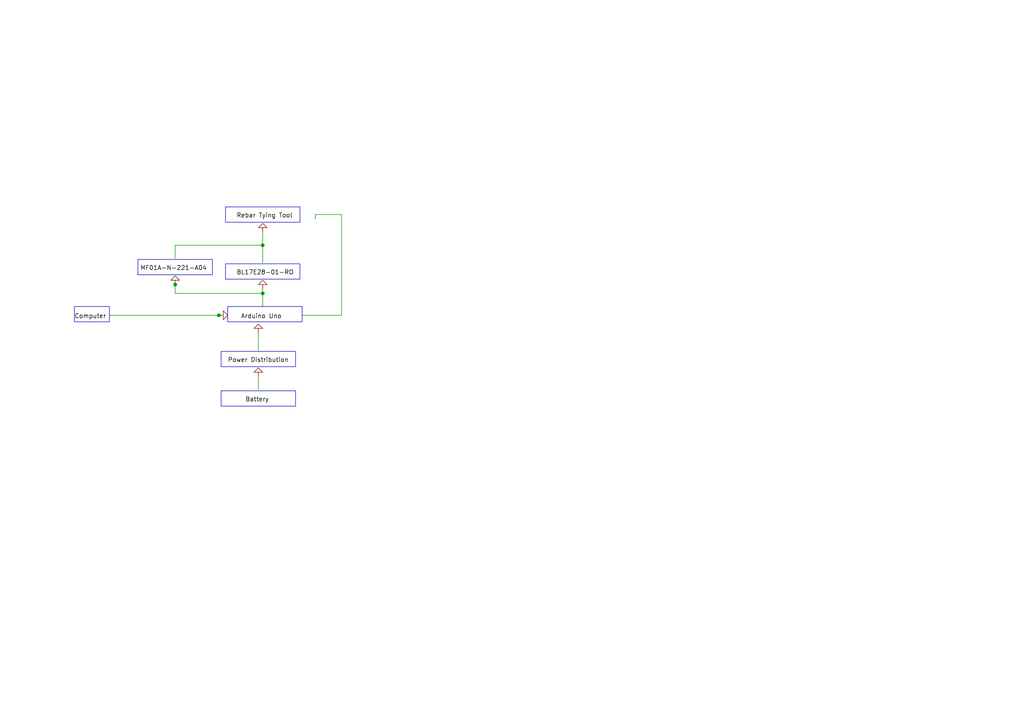
<source format=kicad_sch>
(kicad_sch
	(version 20250114)
	(generator "eeschema")
	(generator_version "9.0")
	(uuid "29def265-51a1-4629-941d-b3af3e4ea8c7")
	(paper "A4")
	(lib_symbols
		(symbol "power:GND"
			(power)
			(pin_numbers
				(hide yes)
			)
			(pin_names
				(offset 0)
				(hide yes)
			)
			(exclude_from_sim no)
			(in_bom yes)
			(on_board yes)
			(property "Reference" "#PWR"
				(at 0 -6.35 0)
				(effects
					(font
						(size 1.27 1.27)
					)
					(hide yes)
				)
			)
			(property "Value" "GND"
				(at 0 -3.81 0)
				(effects
					(font
						(size 1.27 1.27)
					)
				)
			)
			(property "Footprint" ""
				(at 0 0 0)
				(effects
					(font
						(size 1.27 1.27)
					)
					(hide yes)
				)
			)
			(property "Datasheet" ""
				(at 0 0 0)
				(effects
					(font
						(size 1.27 1.27)
					)
					(hide yes)
				)
			)
			(property "Description" "Power symbol creates a global label with name \"GND\" , ground"
				(at 0 0 0)
				(effects
					(font
						(size 1.27 1.27)
					)
					(hide yes)
				)
			)
			(property "ki_keywords" "global power"
				(at 0 0 0)
				(effects
					(font
						(size 1.27 1.27)
					)
					(hide yes)
				)
			)
			(symbol "GND_0_1"
				(polyline
					(pts
						(xy 0 0) (xy 0 -1.27) (xy 1.27 -1.27) (xy 0 -2.54) (xy -1.27 -1.27) (xy 0 -1.27)
					)
					(stroke
						(width 0)
						(type default)
					)
					(fill
						(type none)
					)
				)
			)
			(symbol "GND_1_1"
				(pin power_in line
					(at 0 0 270)
					(length 0)
					(name "~"
						(effects
							(font
								(size 1.27 1.27)
							)
						)
					)
					(number "1"
						(effects
							(font
								(size 1.27 1.27)
							)
						)
					)
				)
			)
			(embedded_fonts no)
		)
	)
	(rectangle
		(start 40.005 75.2475)
		(end 61.595 79.6925)
		(stroke
			(width 0)
			(type default)
		)
		(fill
			(type none)
		)
		(uuid 3ecabf1b-2176-44b0-85db-474ea721c3f6)
	)
	(rectangle
		(start 65.405 76.5175)
		(end 86.995 80.9625)
		(stroke
			(width 0)
			(type default)
		)
		(fill
			(type none)
		)
		(uuid 6503b80b-5173-4d3f-94ce-6a6f6e7cfbd6)
	)
	(rectangle
		(start 66.04 88.9)
		(end 87.63 93.345)
		(stroke
			(width 0)
			(type default)
		)
		(fill
			(type none)
		)
		(uuid 67562bb6-8d51-453f-94a8-8a9a8ea82bc7)
	)
	(rectangle
		(start 64.135 113.3475)
		(end 85.725 117.7925)
		(stroke
			(width 0)
			(type default)
		)
		(fill
			(type none)
		)
		(uuid 772a1af1-94dc-4627-a84c-b780ed04cf4f)
	)
	(rectangle
		(start 21.59 88.9)
		(end 31.75 93.345)
		(stroke
			(width 0)
			(type default)
		)
		(fill
			(type none)
		)
		(uuid 77a03f55-214b-46a2-99d8-b79d89687b5a)
	)
	(rectangle
		(start 65.405 60.0075)
		(end 86.995 64.4525)
		(stroke
			(width 0)
			(type default)
		)
		(fill
			(type none)
		)
		(uuid d52885f7-b0d6-426a-bb64-b7d6ef9b20dc)
	)
	(rectangle
		(start 64.135 101.9175)
		(end 85.725 106.3625)
		(stroke
			(width 0)
			(type default)
		)
		(fill
			(type none)
		)
		(uuid f2330d4e-ea22-430f-9bf8-eeb23b899c45)
	)
	(junction
		(at 63.5 91.44)
		(diameter 0)
		(color 0 0 0 0)
		(uuid "3add4caf-96a6-4ced-9617-47f983ada6ec")
	)
	(junction
		(at 76.2 71.12)
		(diameter 0)
		(color 0 0 0 0)
		(uuid "7aa1cd7c-cb3d-48b5-91e5-746ed31256b8")
	)
	(junction
		(at 50.8 82.55)
		(diameter 0)
		(color 0 0 0 0)
		(uuid "caf00154-8204-452c-8332-9d191284c2b0")
	)
	(junction
		(at 76.2 85.09)
		(diameter 0)
		(color 0 0 0 0)
		(uuid "cd7fd8dc-4600-4a72-9d0e-4de0c8ef9129")
	)
	(wire
		(pts
			(xy 76.2 71.12) (xy 76.2 76.2)
		)
		(stroke
			(width 0)
			(type default)
		)
		(uuid "0b205ba8-3e2a-4a4c-8eaa-fc310c1a947e")
	)
	(wire
		(pts
			(xy 31.75 91.44) (xy 63.5 91.44)
		)
		(stroke
			(width 0)
			(type default)
		)
		(uuid "5fd2f8a1-4d79-4625-8d57-67eef9081941")
	)
	(wire
		(pts
			(xy 63.5 91.44) (xy 64.77 91.44)
		)
		(stroke
			(width 0)
			(type default)
		)
		(uuid "68c1fdd1-efe2-4367-8b70-188ae5eed7a2")
	)
	(wire
		(pts
			(xy 99.06 62.23) (xy 91.44 62.23)
		)
		(stroke
			(width 0)
			(type default)
		)
		(uuid "80660cfd-38d2-4965-a9cf-7e38980b17dc")
	)
	(wire
		(pts
			(xy 74.93 109.22) (xy 74.93 113.03)
		)
		(stroke
			(width 0)
			(type default)
		)
		(uuid "8bfdb9f4-079d-4ca5-931c-e946864f03a4")
	)
	(wire
		(pts
			(xy 76.2 67.31) (xy 76.2 71.12)
		)
		(stroke
			(width 0)
			(type default)
		)
		(uuid "8cc811ad-9d7d-4f0c-a142-bb2c47efa591")
	)
	(wire
		(pts
			(xy 91.44 62.23) (xy 91.44 63.5)
		)
		(stroke
			(width 0)
			(type default)
		)
		(uuid "9aa264dd-9bfe-4e11-b4ec-5e4b9e22c19c")
	)
	(wire
		(pts
			(xy 99.06 91.44) (xy 99.06 62.23)
		)
		(stroke
			(width 0)
			(type default)
		)
		(uuid "9b8206e8-255a-4e0d-a1cb-9840afc2b97d")
	)
	(wire
		(pts
			(xy 50.8 85.09) (xy 76.2 85.09)
		)
		(stroke
			(width 0)
			(type default)
		)
		(uuid "a40fe82f-df84-46ad-8853-71eabecf19db")
	)
	(wire
		(pts
			(xy 50.8 81.28) (xy 50.8 82.55)
		)
		(stroke
			(width 0)
			(type default)
		)
		(uuid "a6f79ca2-7ac4-4b0a-98c3-f2134dc200fe")
	)
	(wire
		(pts
			(xy 50.8 71.12) (xy 50.8 74.93)
		)
		(stroke
			(width 0)
			(type default)
		)
		(uuid "adcea8e2-c258-4831-abba-b0ff10931b93")
	)
	(wire
		(pts
			(xy 76.2 85.09) (xy 76.2 88.9)
		)
		(stroke
			(width 0)
			(type default)
		)
		(uuid "c4e975e5-90a5-4f7e-aa67-44af69997df5")
	)
	(wire
		(pts
			(xy 87.63 91.44) (xy 99.06 91.44)
		)
		(stroke
			(width 0)
			(type default)
		)
		(uuid "ca93172d-a211-4532-8c27-6eb412d97aca")
	)
	(wire
		(pts
			(xy 50.8 71.12) (xy 76.2 71.12)
		)
		(stroke
			(width 0)
			(type default)
		)
		(uuid "caddbe76-5a62-480d-924d-fc8f714515a7")
	)
	(wire
		(pts
			(xy 76.2 83.82) (xy 76.2 85.09)
		)
		(stroke
			(width 0)
			(type default)
		)
		(uuid "d48310ff-d4e6-423c-b4da-7af512f90d0f")
	)
	(wire
		(pts
			(xy 74.93 96.52) (xy 74.93 101.6)
		)
		(stroke
			(width 0)
			(type default)
		)
		(uuid "e1b2cdbf-8b4a-4e0a-815e-5c84415772a0")
	)
	(wire
		(pts
			(xy 50.8 82.55) (xy 50.8 85.09)
		)
		(stroke
			(width 0)
			(type default)
		)
		(uuid "fd56cf2f-b171-4916-bb9a-ae8673292dcd")
	)
	(label "MF01A-N-221-A04"
		(at 40.64 78.74 0)
		(effects
			(font
				(size 1.27 1.27)
			)
			(justify left bottom)
		)
		(uuid "0c7b03cd-04d6-4bda-88c5-9753069dec0e")
	)
	(label "Rebar Tying Tool"
		(at 68.58 63.5 0)
		(effects
			(font
				(size 1.27 1.27)
			)
			(justify left bottom)
		)
		(uuid "2b95db39-a2b8-4fc7-9c6e-d8a4a0303fa8")
	)
	(label "Computer"
		(at 21.59 92.71 0)
		(effects
			(font
				(size 1.27 1.27)
			)
			(justify left bottom)
		)
		(uuid "77ef01d3-9de1-4f9e-8263-2d6b3126d716")
	)
	(label "Arduino Uno"
		(at 69.85 92.71 0)
		(effects
			(font
				(size 1.27 1.27)
			)
			(justify left bottom)
		)
		(uuid "a0cb672c-b8bd-4ca2-8e51-86cad45ccfa4")
	)
	(label "Battery"
		(at 71.12 116.84 0)
		(effects
			(font
				(size 1.27 1.27)
			)
			(justify left bottom)
		)
		(uuid "c7fd3883-1865-4ca2-a528-1f5ebf2102ee")
	)
	(label "BL17E28-01-RO"
		(at 68.58 80.01 0)
		(effects
			(font
				(size 1.27 1.27)
			)
			(justify left bottom)
		)
		(uuid "d353ef24-0bc4-44d8-835f-1d569b840bba")
	)
	(label "Power Distribution"
		(at 66.04 105.41 0)
		(effects
			(font
				(size 1.27 1.27)
			)
			(justify left bottom)
		)
		(uuid "f8079604-230c-495a-9a84-1693337f9b93")
	)
	(symbol
		(lib_id "power:GND")
		(at 63.5 91.44 90)
		(unit 1)
		(exclude_from_sim no)
		(in_bom yes)
		(on_board yes)
		(dnp no)
		(fields_autoplaced yes)
		(uuid "10aedeb5-2e3f-4d46-8cbc-1622e74d263d")
		(property "Reference" "#PWR018"
			(at 69.85 91.44 0)
			(effects
				(font
					(size 1.27 1.27)
				)
				(hide yes)
			)
		)
		(property "Value" "GND"
			(at 67.945 91.44 0)
			(effects
				(font
					(size 1.27 1.27)
				)
				(hide yes)
			)
		)
		(property "Footprint" ""
			(at 63.5 91.44 0)
			(effects
				(font
					(size 1.27 1.27)
				)
				(hide yes)
			)
		)
		(property "Datasheet" ""
			(at 63.5 91.44 0)
			(effects
				(font
					(size 1.27 1.27)
				)
				(hide yes)
			)
		)
		(property "Description" "Power symbol creates a global label with name \"GND\" , ground"
			(at 63.5 91.44 0)
			(effects
				(font
					(size 1.27 1.27)
				)
				(hide yes)
			)
		)
		(pin "1"
			(uuid "7548c30a-35f8-4871-978a-98515c649134")
		)
		(instances
			(project "FinalProjectCapstone2"
				(path "/29def265-51a1-4629-941d-b3af3e4ea8c7"
					(reference "#PWR018")
					(unit 1)
				)
			)
		)
	)
	(symbol
		(lib_id "power:GND")
		(at 76.2 67.31 180)
		(unit 1)
		(exclude_from_sim no)
		(in_bom yes)
		(on_board yes)
		(dnp no)
		(fields_autoplaced yes)
		(uuid "3194a2dd-fd8a-4cfb-8beb-a6430bc9ed5b")
		(property "Reference" "#PWR022"
			(at 76.2 60.96 0)
			(effects
				(font
					(size 1.27 1.27)
				)
				(hide yes)
			)
		)
		(property "Value" "GND"
			(at 76.2 62.865 0)
			(effects
				(font
					(size 1.27 1.27)
				)
				(hide yes)
			)
		)
		(property "Footprint" ""
			(at 76.2 67.31 0)
			(effects
				(font
					(size 1.27 1.27)
				)
				(hide yes)
			)
		)
		(property "Datasheet" ""
			(at 76.2 67.31 0)
			(effects
				(font
					(size 1.27 1.27)
				)
				(hide yes)
			)
		)
		(property "Description" "Power symbol creates a global label with name \"GND\" , ground"
			(at 76.2 67.31 0)
			(effects
				(font
					(size 1.27 1.27)
				)
				(hide yes)
			)
		)
		(pin "1"
			(uuid "3a1de1f4-9b87-47f3-bbc4-8b0ade2e4c12")
		)
		(instances
			(project "FinalProjectCapstone2"
				(path "/29def265-51a1-4629-941d-b3af3e4ea8c7"
					(reference "#PWR022")
					(unit 1)
				)
			)
		)
	)
	(symbol
		(lib_id "power:GND")
		(at 50.8 82.55 180)
		(unit 1)
		(exclude_from_sim no)
		(in_bom yes)
		(on_board yes)
		(dnp no)
		(fields_autoplaced yes)
		(uuid "54b8debd-1b0e-4f6f-b502-0afbef1f91dc")
		(property "Reference" "#PWR020"
			(at 50.8 76.2 0)
			(effects
				(font
					(size 1.27 1.27)
				)
				(hide yes)
			)
		)
		(property "Value" "GND"
			(at 50.8 78.105 0)
			(effects
				(font
					(size 1.27 1.27)
				)
				(hide yes)
			)
		)
		(property "Footprint" ""
			(at 50.8 82.55 0)
			(effects
				(font
					(size 1.27 1.27)
				)
				(hide yes)
			)
		)
		(property "Datasheet" ""
			(at 50.8 82.55 0)
			(effects
				(font
					(size 1.27 1.27)
				)
				(hide yes)
			)
		)
		(property "Description" "Power symbol creates a global label with name \"GND\" , ground"
			(at 50.8 82.55 0)
			(effects
				(font
					(size 1.27 1.27)
				)
				(hide yes)
			)
		)
		(pin "1"
			(uuid "6e92b755-838f-4a50-8c1c-54d0186ec425")
		)
		(instances
			(project "FinalProjectCapstone2"
				(path "/29def265-51a1-4629-941d-b3af3e4ea8c7"
					(reference "#PWR020")
					(unit 1)
				)
			)
		)
	)
	(symbol
		(lib_id "power:GND")
		(at 76.2 83.82 180)
		(unit 1)
		(exclude_from_sim no)
		(in_bom yes)
		(on_board yes)
		(dnp no)
		(fields_autoplaced yes)
		(uuid "5d435050-4aaa-4715-996f-1d2688aa88be")
		(property "Reference" "#PWR019"
			(at 76.2 77.47 0)
			(effects
				(font
					(size 1.27 1.27)
				)
				(hide yes)
			)
		)
		(property "Value" "GND"
			(at 76.2 79.375 0)
			(effects
				(font
					(size 1.27 1.27)
				)
				(hide yes)
			)
		)
		(property "Footprint" ""
			(at 76.2 83.82 0)
			(effects
				(font
					(size 1.27 1.27)
				)
				(hide yes)
			)
		)
		(property "Datasheet" ""
			(at 76.2 83.82 0)
			(effects
				(font
					(size 1.27 1.27)
				)
				(hide yes)
			)
		)
		(property "Description" "Power symbol creates a global label with name \"GND\" , ground"
			(at 76.2 83.82 0)
			(effects
				(font
					(size 1.27 1.27)
				)
				(hide yes)
			)
		)
		(pin "1"
			(uuid "20d7fff7-6d5f-4825-ba95-115351c8e314")
		)
		(instances
			(project "FinalProjectCapstone2"
				(path "/29def265-51a1-4629-941d-b3af3e4ea8c7"
					(reference "#PWR019")
					(unit 1)
				)
			)
		)
	)
	(symbol
		(lib_id "power:GND")
		(at 74.93 109.22 180)
		(unit 1)
		(exclude_from_sim no)
		(in_bom yes)
		(on_board yes)
		(dnp no)
		(fields_autoplaced yes)
		(uuid "730dcf83-88e5-43ed-9966-cdd70ef4135e")
		(property "Reference" "#PWR024"
			(at 74.93 102.87 0)
			(effects
				(font
					(size 1.27 1.27)
				)
				(hide yes)
			)
		)
		(property "Value" "GND"
			(at 74.93 104.775 0)
			(effects
				(font
					(size 1.27 1.27)
				)
				(hide yes)
			)
		)
		(property "Footprint" ""
			(at 74.93 109.22 0)
			(effects
				(font
					(size 1.27 1.27)
				)
				(hide yes)
			)
		)
		(property "Datasheet" ""
			(at 74.93 109.22 0)
			(effects
				(font
					(size 1.27 1.27)
				)
				(hide yes)
			)
		)
		(property "Description" "Power symbol creates a global label with name \"GND\" , ground"
			(at 74.93 109.22 0)
			(effects
				(font
					(size 1.27 1.27)
				)
				(hide yes)
			)
		)
		(pin "1"
			(uuid "dbed99ff-a175-48ce-b9c0-7a1446dde5d7")
		)
		(instances
			(project "FinalProjectCapstone2"
				(path "/29def265-51a1-4629-941d-b3af3e4ea8c7"
					(reference "#PWR024")
					(unit 1)
				)
			)
		)
	)
	(symbol
		(lib_id "power:GND")
		(at 74.93 96.52 180)
		(unit 1)
		(exclude_from_sim no)
		(in_bom yes)
		(on_board yes)
		(dnp no)
		(fields_autoplaced yes)
		(uuid "a4291e54-8e36-4970-9e57-74c094c3492e")
		(property "Reference" "#PWR023"
			(at 74.93 90.17 0)
			(effects
				(font
					(size 1.27 1.27)
				)
				(hide yes)
			)
		)
		(property "Value" "GND"
			(at 74.93 92.075 0)
			(effects
				(font
					(size 1.27 1.27)
				)
				(hide yes)
			)
		)
		(property "Footprint" ""
			(at 74.93 96.52 0)
			(effects
				(font
					(size 1.27 1.27)
				)
				(hide yes)
			)
		)
		(property "Datasheet" ""
			(at 74.93 96.52 0)
			(effects
				(font
					(size 1.27 1.27)
				)
				(hide yes)
			)
		)
		(property "Description" "Power symbol creates a global label with name \"GND\" , ground"
			(at 74.93 96.52 0)
			(effects
				(font
					(size 1.27 1.27)
				)
				(hide yes)
			)
		)
		(pin "1"
			(uuid "e423b8e5-d9a2-4913-a33c-3921590c5173")
		)
		(instances
			(project "FinalProjectCapstone2"
				(path "/29def265-51a1-4629-941d-b3af3e4ea8c7"
					(reference "#PWR023")
					(unit 1)
				)
			)
		)
	)
	(sheet_instances
		(path "/"
			(page "1")
		)
	)
	(embedded_fonts no)
)

</source>
